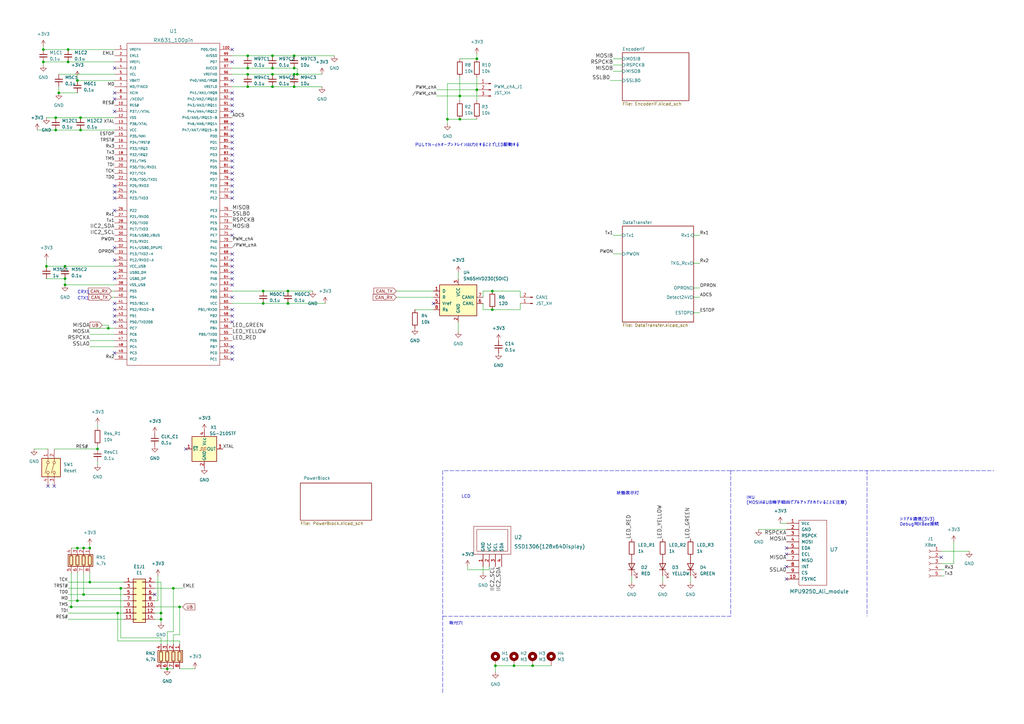
<source format=kicad_sch>
(kicad_sch (version 20211123) (generator eeschema)
  (paper "A3")
  (title_block (title "TCB(TKG Control Board)") (date "2024-09-19") (rev "5.0") (company "TKG") (comment 1 "v2.0 単相エンコーダを削除、2相エンコーダIFを2個追加") (comment 2 "v4.0 2023用改訂") (comment 3 "v4.1 RS232Cインターフェースを公式基板に適応") (comment 4 "　　AD変換検出の過電圧保護を追加") (comment 5 "v5.0 足回り専用化+DJI化によるインターフェース削減"))
  (lib_symbols
    (symbol "Connector:Conn_01x02_Male" (pin_names (offset 1.016) hide)
      (property "Reference" "J" (at 0 2.54 0))
      (property "Value" "Conn_01x02_Male" (at 0 -5.08 0))
      (symbol "Conn_01x02_Male_1_1"
        (pin passive line (at 5.08 0 180) (length 3.81) (name "Pin_1") (number "1"))
        (pin passive line (at 5.08 -2.54 180) (length 3.81) (name "Pin_2") (number "2"))
      )
    )
    (symbol "Connector:Conn_01x03_Male" (pin_names (offset 1.016) hide)
      (property "Reference" "J" (at 0 5.08 0))
      (property "Value" "Conn_01x03_Male" (at 0 -5.08 0))
      (symbol "Conn_01x03_Male_1_1"
        (pin passive line (at 5.08 2.54 180) (length 3.81) (name "Pin_1") (number "1"))
        (pin passive line (at 5.08 0 180) (length 3.81) (name "Pin_2") (number "2"))
        (pin passive line (at 5.08 -2.54 180) (length 3.81) (name "Pin_3") (number "3"))
      )
    )
    (symbol "Connector:Conn_01x05_Female" (pin_names (offset 1.016) hide)
      (property "Reference" "J" (at 0 7.62 0))
      (property "Value" "Conn_01x05_Female" (at 0 -7.62 0))
      (symbol "Conn_01x05_Female_1_1"
        (pin passive line (at -5.08 5.08 0) (length 3.81) (name "Pin_1") (number "1"))
        (pin passive line (at -5.08 2.54 0) (length 3.81) (name "Pin_2") (number "2"))
        (pin passive line (at -5.08 0 0) (length 3.81) (name "Pin_3") (number "3"))
        (pin passive line (at -5.08 -2.54 0) (length 3.81) (name "Pin_4") (number "4"))
        (pin passive line (at -5.08 -5.08 0) (length 3.81) (name "Pin_5") (number "5"))
      )
    )
    (symbol "Connector_Generic:Conn_02x07_Odd_Even" (pin_names (offset 1.016) hide)
      (property "Reference" "J" (at 1.27 10.16 0))
      (property "Value" "Conn_02x07_Odd_Even" (at 1.27 -10.16 0))
      (symbol "Conn_02x07_Odd_Even_1_1"
        (pin passive line (at -5.08 7.62 0) (length 3.81) (name "Pin_1") (number "1"))
        (pin passive line (at 7.62 -2.54 180) (length 3.81) (name "Pin_10") (number "10"))
        (pin passive line (at -5.08 -5.08 0) (length 3.81) (name "Pin_11") (number "11"))
        (pin passive line (at 7.62 -5.08 180) (length 3.81) (name "Pin_12") (number "12"))
        (pin passive line (at -5.08 -7.62 0) (length 3.81) (name "Pin_13") (number "13"))
        (pin passive line (at 7.62 -7.62 180) (length 3.81) (name "Pin_14") (number "14"))
        (pin passive line (at 7.62 7.62 180) (length 3.81) (name "Pin_2") (number "2"))
        (pin passive line (at -5.08 5.08 0) (length 3.81) (name "Pin_3") (number "3"))
        (pin passive line (at 7.62 5.08 180) (length 3.81) (name "Pin_4") (number "4"))
        (pin passive line (at -5.08 2.54 0) (length 3.81) (name "Pin_5") (number "5"))
        (pin passive line (at 7.62 2.54 180) (length 3.81) (name "Pin_6") (number "6"))
        (pin passive line (at -5.08 0 0) (length 3.81) (name "Pin_7") (number "7"))
        (pin passive line (at 7.62 0 180) (length 3.81) (name "Pin_8") (number "8"))
        (pin passive line (at -5.08 -2.54 0) (length 3.81) (name "Pin_9") (number "9"))
      )
    )
    (symbol "Device:C_Small" (pin_numbers hide) (pin_names (offset 0.254) hide)
      (property "Reference" "C" (at 0.254 1.778 0))
      (property "Value" "C_Small" (at 0.254 -2.032 0))
      (symbol "C_Small_1_1"
        (pin passive line (at 0 2.54 270) (length 2.032) (name "~") (number "1"))
        (pin passive line (at 0 -2.54 90) (length 2.032) (name "~") (number "2"))
      )
    )
    (symbol "Device:LED" (pin_numbers hide) (pin_names (offset 1.016) hide)
      (property "Reference" "D" (at 0 2.54 0))
      (property "Value" "LED" (at 0 -2.54 0))
      (symbol "LED_1_1"
        (pin passive line (at -3.81 0 0) (length 2.54) (name "K") (number "1"))
        (pin passive line (at 3.81 0 180) (length 2.54) (name "A") (number "2"))
      )
    )
    (symbol "Device:R" (pin_numbers hide) (pin_names (offset 0))
      (property "Reference" "R" (at 2.032 0 90))
      (property "Value" "R" (at 0 0 90))
      (symbol "R_1_1"
        (pin passive line (at 0 3.81 270) (length 1.27) (name "~") (number "1"))
        (pin passive line (at 0 -3.81 90) (length 1.27) (name "~") (number "2"))
      )
    )
    (symbol "Device:R_Pack04" (pin_names (offset 0) hide)
      (property "Reference" "RN" (at -7.62 0 90))
      (property "Value" "R_Pack04" (at 5.08 0 90))
      (symbol "R_Pack04_1_1"
        (pin passive line (at -5.08 -5.08 90) (length 2.54) (name "R1.1") (number "1"))
        (pin passive line (at -2.54 -5.08 90) (length 2.54) (name "R2.1") (number "2"))
        (pin passive line (at 0 -5.08 90) (length 2.54) (name "R3.1") (number "3"))
        (pin passive line (at 2.54 -5.08 90) (length 2.54) (name "R4.1") (number "4"))
        (pin passive line (at 2.54 5.08 270) (length 2.54) (name "R4.2") (number "5"))
        (pin passive line (at 0 5.08 270) (length 2.54) (name "R3.2") (number "6"))
        (pin passive line (at -2.54 5.08 270) (length 2.54) (name "R2.2") (number "7"))
        (pin passive line (at -5.08 5.08 270) (length 2.54) (name "R1.2") (number "8"))
      )
    )
    (symbol "Interface_CAN_LIN:SN65HVD230" (pin_names (offset 1.016))
      (property "Reference" "U" (at -2.54 10.16 0))
      (property "Value" "SN65HVD230" (at -2.54 7.62 0))
      (symbol "SN65HVD230_1_1"
        (pin input line (at -10.16 2.54 0) (length 2.54) (name "D") (number "1"))
        (pin power_in line (at 0 -10.16 90) (length 2.54) (name "GND") (number "2"))
        (pin power_in line (at 0 7.62 270) (length 2.54) (name "VCC") (number "3"))
        (pin output line (at -10.16 0 0) (length 2.54) (name "R") (number "4"))
        (pin output line (at -10.16 -2.54 0) (length 2.54) (name "Vref") (number "5"))
        (pin bidirectional line (at 10.16 -2.54 180) (length 2.54) (name "CANL") (number "6"))
        (pin bidirectional line (at 10.16 0 180) (length 2.54) (name "CANH") (number "7"))
        (pin input line (at -10.16 -5.08 0) (length 2.54) (name "Rs") (number "8"))
      )
    )
    (symbol "Mechanical:MountingHole_Pad" (pin_numbers hide) (pin_names (offset 1.016) hide)
      (property "Reference" "H" (at 0 6.35 0))
      (property "Value" "MountingHole_Pad" (at 0 4.445 0))
      (symbol "MountingHole_Pad_1_1"
        (pin input line (at 0 -2.54 90) (length 2.54) (name "1") (number "1"))
      )
    )
    (symbol "Oscillator:SG-210STF" (pin_names (offset 0.254))
      (property "Reference" "X" (at -5.08 6.35 0))
      (property "Value" "SG-210STF" (at 1.27 -6.35 0))
      (symbol "SG-210STF_1_1"
        (pin input line (at -7.62 0 0) (length 2.54) (name "~{ST}") (number "1"))
        (pin power_in line (at 0 -7.62 90) (length 2.54) (name "GND") (number "2"))
        (pin output line (at 7.62 0 180) (length 2.54) (name "OUT") (number "3"))
        (pin power_in line (at 0 7.62 270) (length 2.54) (name "Vcc") (number "4"))
      )
    )
    (symbol "Switch:SW_DIP_x02" (pin_names (offset 0) hide)
      (property "Reference" "SW" (at 0 6.35 0))
      (property "Value" "SW_DIP_x02" (at 0 -3.81 0))
      (symbol "SW_DIP_x02_1_1"
        (pin passive line (at -7.62 2.54 0) (length 5.08) (name "~") (number "1"))
        (pin passive line (at -7.62 0 0) (length 5.08) (name "~") (number "2"))
        (pin passive line (at 7.62 0 180) (length 5.08) (name "~") (number "3"))
        (pin passive line (at 7.62 2.54 180) (length 5.08) (name "~") (number "4"))
      )
    )
    (symbol "power:+3V3" (power) (pin_names (offset 0))
      (property "Value" "+3V3" (at 0 3.556 0))
      (symbol "+3V3_1_1"
        (pin power_in line (at 0 0 90) (length 0) hide (name "+3V3") (number "1"))
      )
    )
    (symbol "power:GND" (power) (pin_names (offset 0))
      (property "Value" "GND" (at 0 -3.81 0))
      (symbol "GND_1_1"
        (pin power_in line (at 0 0 270) (length 0) hide (name "GND") (number "1"))
      )
    )
    (symbol "x_mylib:MPU9250_Ali_module" (pin_names (offset 1.016))
      (property "Reference" "U" (at 1.27 15.24 0))
      (property "Value" "MPU9250_Ali_module" (at 5.08 0 90))
      (symbol "MPU9250_Ali_module_1_1"
        (pin input line (at -13.97 11.43 0) (length 5.08) (name "Vcc") (number "1"))
        (pin input line (at -13.97 -11.43 0) (length 5.08) (name "FSYNC") (number "10"))
        (pin input line (at -13.97 8.89 0) (length 5.08) (name "GND") (number "2"))
        (pin input line (at -13.97 6.35 0) (length 5.08) (name "RSPCK") (number "3"))
        (pin input line (at -13.97 3.81 0) (length 5.08) (name "MOSI") (number "4"))
        (pin input line (at -13.97 1.27 0) (length 5.08) (name "EDA") (number "5"))
        (pin input line (at -13.97 -1.27 0) (length 5.08) (name "ECL") (number "6"))
        (pin input line (at -13.97 -3.81 0) (length 5.08) (name "MISO") (number "7"))
        (pin input line (at -13.97 -6.35 0) (length 5.08) (name "INT") (number "8"))
        (pin input line (at -13.97 -8.89 0) (length 5.08) (name "CS") (number "9"))
      )
    )
    (symbol "x_mylib:RX631_100pin" (pin_names (offset 1.016))
      (property "Reference" "U" (at -13.97 -69.85 0))
      (property "Value" "RX631_100pin" (at 10.16 -69.85 0))
      (symbol "RX631_100pin_1_1"
        (pin input line (at -24.13 63.5 0) (length 5.08) (name "VREFH") (number "1"))
        (pin passive line (at -24.13 40.64 0) (length 5.08) (name "RES#") (number "10"))
        (pin passive line (at 24.13 63.5 180) (length 5.08) (name "P05/DA1") (number "100"))
        (pin passive line (at -24.13 38.1 0) (length 5.08) (name "P37//XTAL") (number "11"))
        (pin passive line (at -24.13 35.56 0) (length 5.08) (name "VSS") (number "12"))
        (pin passive line (at -24.13 33.02 0) (length 5.08) (name "P36/XTAL") (number "13"))
        (pin passive line (at -24.13 30.48 0) (length 5.08) (name "VCC") (number "14"))
        (pin passive line (at -24.13 27.94 0) (length 5.08) (name "P35/NMI") (number "15"))
        (pin passive line (at -24.13 25.4 0) (length 5.08) (name "P34/TRST#") (number "16"))
        (pin passive line (at -24.13 22.86 0) (length 5.08) (name "P33/IRQ3") (number "17"))
        (pin passive line (at -24.13 20.32 0) (length 5.08) (name "P32/IRQ2") (number "18"))
        (pin passive line (at -24.13 17.78 0) (length 5.08) (name "P31/TMS") (number "19"))
        (pin passive line (at -24.13 60.96 0) (length 5.08) (name "EMLE") (number "2"))
        (pin passive line (at -24.13 15.24 0) (length 5.08) (name "P30/TDI/RXD1") (number "20"))
        (pin passive line (at -24.13 12.7 0) (length 5.08) (name "P27/TCK") (number "21"))
        (pin passive line (at -24.13 10.16 0) (length 5.08) (name "P26/TDO/TXD1") (number "22"))
        (pin passive line (at -24.13 7.62 0) (length 5.08) (name "P25/RXD3") (number "23"))
        (pin passive line (at -24.13 5.08 0) (length 5.08) (name "P24") (number "24"))
        (pin passive line (at -24.13 2.54 0) (length 5.08) (name "P23/TXD3") (number "25"))
        (pin passive line (at -24.13 -2.54 0) (length 5.08) (name "P22") (number "26"))
        (pin passive line (at -24.13 -5.08 0) (length 5.08) (name "P21/RXD0") (number "27"))
        (pin passive line (at -24.13 -7.62 0) (length 5.08) (name "P20/TXD0") (number "28"))
        (pin passive line (at -24.13 -10.16 0) (length 5.08) (name "P17/TXD3") (number "29"))
        (pin passive line (at -24.13 58.42 0) (length 5.08) (name "VREFL") (number "3"))
        (pin passive line (at -24.13 -12.7 0) (length 5.08) (name "P16/USB0_VBUS") (number "30"))
        (pin passive line (at -24.13 -15.24 0) (length 5.08) (name "P15/RXD1") (number "31"))
        (pin passive line (at -24.13 -17.78 0) (length 5.08) (name "P14/USB0_DPUPE") (number "32"))
        (pin passive line (at -24.13 -20.32 0) (length 5.08) (name "P13/TXD2-A") (number "33"))
        (pin passive line (at -24.13 -22.86 0) (length 5.08) (name "P12/RXD2-A") (number "34"))
        (pin passive line (at -24.13 -25.4 0) (length 5.08) (name "VCC_USB") (number "35"))
        (pin passive line (at -24.13 -27.94 0) (length 5.08) (name "USB0_DM") (number "36"))
        (pin passive line (at -24.13 -30.48 0) (length 5.08) (name "USB0_DP") (number "37"))
        (pin passive line (at -24.13 -33.02 0) (length 5.08) (name "VSS_USB") (number "38"))
        (pin passive line (at -24.13 -35.56 0) (length 5.08) (name "P55") (number "39"))
        (pin passive line (at -24.13 55.88 0) (length 5.08) (name "PJ3") (number "4"))
        (pin passive line (at -24.13 -38.1 0) (length 5.08) (name "P54") (number "40"))
        (pin passive line (at -24.13 -40.64 0) (length 5.08) (name "P53/BCLK") (number "41"))
        (pin passive line (at -24.13 -43.18 0) (length 5.08) (name "P52/RXD2-B") (number "42"))
        (pin passive line (at -24.13 -45.72 0) (length 5.08) (name "P51") (number "43"))
        (pin passive line (at -24.13 -48.26 0) (length 5.08) (name "P50/TXD20B") (number "44"))
        (pin passive line (at -24.13 -50.8 0) (length 5.08) (name "PC7") (number "45"))
        (pin passive line (at -24.13 -53.34 0) (length 5.08) (name "PC6") (number "46"))
        (pin passive line (at -24.13 -55.88 0) (length 5.08) (name "PC5") (number "47"))
        (pin passive line (at -24.13 -58.42 0) (length 5.08) (name "PC4") (number "48"))
        (pin passive line (at -24.13 -60.96 0) (length 5.08) (name "PC3") (number "49"))
        (pin passive line (at -24.13 53.34 0) (length 5.08) (name "VCL") (number "5"))
        (pin passive line (at -24.13 -63.5 0) (length 5.08) (name "PC2") (number "50"))
        (pin passive line (at 24.13 -63.5 180) (length 5.08) (name "PC1") (number "51"))
        (pin passive line (at 24.13 -60.96 180) (length 5.08) (name "PC0") (number "52"))
        (pin passive line (at 24.13 -58.42 180) (length 5.08) (name "PB7") (number "53"))
        (pin passive line (at 24.13 -55.88 180) (length 5.08) (name "PB6") (number "54"))
        (pin passive line (at 24.13 -53.34 180) (length 5.08) (name "PB5/TXD0") (number "55"))
        (pin passive line (at 24.13 -50.8 180) (length 5.08) (name "PB4") (number "56"))
        (pin passive line (at 24.13 -48.26 180) (length 5.08) (name "PB3") (number "57"))
        (pin passive line (at 24.13 -45.72 180) (length 5.08) (name "PB2") (number "58"))
        (pin passive line (at 24.13 -43.18 180) (length 5.08) (name "PB1/RXD0") (number "59"))
        (pin passive line (at -24.13 50.8 0) (length 5.08) (name "VBATT") (number "6"))
        (pin passive line (at 24.13 -40.64 180) (length 5.08) (name "VCC") (number "60"))
        (pin passive line (at 24.13 -38.1 180) (length 5.08) (name "PB0") (number "61"))
        (pin passive line (at 24.13 -35.56 180) (length 5.08) (name "VSS") (number "62"))
        (pin passive line (at 24.13 -33.02 180) (length 5.08) (name "PA7") (number "63"))
        (pin passive line (at 24.13 -30.48 180) (length 5.08) (name "PA6") (number "64"))
        (pin passive line (at 24.13 -27.94 180) (length 5.08) (name "PA5") (number "65"))
        (pin passive line (at 24.13 -25.4 180) (length 5.08) (name "PA4") (number "66"))
        (pin passive line (at 24.13 -22.86 180) (length 5.08) (name "PA3") (number "67"))
        (pin passive line (at 24.13 -20.32 180) (length 5.08) (name "PA2") (number "68"))
        (pin passive line (at 24.13 -17.78 180) (length 5.08) (name "PA1") (number "69"))
        (pin passive line (at -24.13 48.26 0) (length 5.08) (name "MD/FINED") (number "7"))
        (pin passive line (at 24.13 -15.24 180) (length 5.08) (name "PA0") (number "70"))
        (pin passive line (at 24.13 -12.7 180) (length 5.08) (name "PE7") (number "71"))
        (pin passive line (at 24.13 -10.16 180) (length 5.08) (name "PE6") (number "72"))
        (pin passive line (at 24.13 -7.62 180) (length 5.08) (name "PE5") (number "73"))
        (pin passive line (at 24.13 -5.08 180) (length 5.08) (name "PE4") (number "74"))
        (pin passive line (at 24.13 -2.54 180) (length 5.08) (name "PE3") (number "75"))
        (pin passive line (at 24.13 2.54 180) (length 5.08) (name "PE2") (number "76"))
        (pin passive line (at 24.13 5.08 180) (length 5.08) (name "PE1") (number "77"))
        (pin passive line (at 24.13 7.62 180) (length 5.08) (name "PE0") (number "78"))
        (pin passive line (at 24.13 10.16 180) (length 5.08) (name "PD7") (number "79"))
        (pin passive line (at -24.13 45.72 0) (length 5.08) (name "XCIN") (number "8"))
        (pin passive line (at 24.13 12.7 180) (length 5.08) (name "PD6") (number "80"))
        (pin passive line (at 24.13 15.24 180) (length 5.08) (name "PD5") (number "81"))
        (pin passive line (at 24.13 17.78 180) (length 5.08) (name "PD4") (number "82"))
        (pin passive line (at 24.13 20.32 180) (length 5.08) (name "PD3") (number "83"))
        (pin passive line (at 24.13 22.86 180) (length 5.08) (name "PD2") (number "84"))
        (pin passive line (at 24.13 25.4 180) (length 5.08) (name "PD1") (number "85"))
        (pin passive line (at 24.13 27.94 180) (length 5.08) (name "PD0") (number "86"))
        (pin passive line (at 24.13 30.48 180) (length 5.08) (name "P47/AN7/IRQ15-B") (number "87"))
        (pin passive line (at 24.13 33.02 180) (length 5.08) (name "P46/AN6/IRQ14") (number "88"))
        (pin passive line (at 24.13 35.56 180) (length 5.08) (name "P45/AN5/IRQ13-B") (number "89"))
        (pin passive line (at -24.13 43.18 0) (length 5.08) (name "/XCOUT") (number "9"))
        (pin passive line (at 24.13 38.1 180) (length 5.08) (name "P44/AN4/IRQ12") (number "90"))
        (pin passive line (at 24.13 40.64 180) (length 5.08) (name "P43/AN3/IRQ11") (number "91"))
        (pin passive line (at 24.13 43.18 180) (length 5.08) (name "P42/AN2/IRQ10") (number "92"))
        (pin passive line (at 24.13 45.72 180) (length 5.08) (name "P41/AN1/IRQ9") (number "93"))
        (pin passive line (at 24.13 48.26 180) (length 5.08) (name "VREFL0") (number "94"))
        (pin passive line (at 24.13 50.8 180) (length 5.08) (name "P40/AN0/IRQ8") (number "95"))
        (pin passive line (at 24.13 53.34 180) (length 5.08) (name "VREFH0") (number "96"))
        (pin passive line (at 24.13 55.88 180) (length 5.08) (name "AVCC0") (number "97"))
        (pin passive line (at 24.13 58.42 180) (length 5.08) (name "P07") (number "98"))
        (pin passive line (at 24.13 60.96 180) (length 5.08) (name "AVSS0") (number "99"))
      )
    )
    (symbol "x_mylib:SSD1306(128x64Display)" (pin_names (offset 1.016))
      (property "Reference" "U" (at -10.16 2.54 0))
      (property "Value" "SSD1306(128x64Display)" (at 1.27 8.89 0))
      (symbol "SSD1306(128x64Display)_1_1"
        (pin input line (at -3.81 -8.89 90) (length 5.08) (name "GND") (number "1"))
        (pin input line (at -1.27 -8.89 90) (length 5.08) (name "VCC") (number "2"))
        (pin input line (at 1.27 -8.89 90) (length 5.08) (name "SCL") (number "3"))
        (pin input line (at 3.81 -8.89 90) (length 5.08) (name "SDA") (number "4"))
      )
    )
  )
  (junction (at 107.95 124.46))
  (junction (at 22.86 48.26))
  (junction (at 17.78 20.32))
  (junction (at 73.66 248.92))
  (junction (at 31.75 224.79))
  (junction (at 210.82 273.05))
  (junction (at 66.04 251.46))
  (junction (at 188.595 39.37))
  (junction (at 101.6 30.48))
  (junction (at 31.75 33.02))
  (junction (at 188.595 48.895))
  (junction (at 201.93 119.38))
  (junction (at 17.78 25.4))
  (junction (at 121.92 30.48))
  (junction (at 34.29 224.79))
  (junction (at 195.58 36.83))
  (junction (at 111.76 30.48))
  (junction (at 101.6 35.56))
  (junction (at 19.05 109.22))
  (junction (at 101.6 22.86))
  (junction (at 111.76 35.56))
  (junction (at 120.65 27.94))
  (junction (at 118.11 124.46))
  (junction (at 107.95 119.38))
  (junction (at 24.13 38.1))
  (junction (at 195.58 24.13))
  (junction (at 26.67 109.22))
  (junction (at 120.65 22.86))
  (junction (at 34.29 243.84))
  (junction (at 101.6 27.94))
  (junction (at 44.45 134.62))
  (junction (at 201.93 127))
  (junction (at 31.75 246.38))
  (junction (at 203.2 273.05))
  (junction (at 22.86 53.34))
  (junction (at 111.76 22.86))
  (junction (at 26.67 114.3))
  (junction (at 68.58 274.32))
  (junction (at 33.02 53.34))
  (junction (at 183.515 48.895))
  (junction (at 27.94 25.4))
  (junction (at 26.67 116.84))
  (junction (at 40.005 184.15))
  (junction (at 66.04 254))
  (junction (at 33.02 48.26))
  (junction (at 29.21 248.92))
  (junction (at 120.65 35.56))
  (junction (at 49.53 241.3))
  (junction (at 36.83 238.76))
  (junction (at 111.76 27.94))
  (junction (at 71.12 241.3))
  (junction (at 218.44 273.05))
  (junction (at 120.65 30.48))
  (junction (at 36.83 224.79))
  (junction (at 27.94 20.32))
  (junction (at 118.11 119.38))
  (junction (at 48.26 251.46))
  (no_connect (at 46.99 111.76))
  (no_connect (at 46.99 127))
  (no_connect (at 322.58 237.49))
  (no_connect (at 95.25 104.14))
  (no_connect (at 22.225 199.39))
  (no_connect (at 95.25 76.2))
  (no_connect (at 95.25 147.32))
  (no_connect (at 95.25 132.08))
  (no_connect (at 95.25 114.3))
  (no_connect (at 95.25 55.88))
  (no_connect (at 95.25 50.8))
  (no_connect (at 95.25 33.02))
  (no_connect (at 95.25 68.58))
  (no_connect (at 322.58 232.41))
  (no_connect (at 19.685 199.39))
  (no_connect (at 46.99 38.1))
  (no_connect (at 95.25 144.78))
  (no_connect (at 95.25 129.54))
  (no_connect (at 46.99 144.78))
  (no_connect (at 95.25 63.5))
  (no_connect (at 95.25 40.64))
  (no_connect (at 95.25 121.92))
  (no_connect (at 46.99 81.28))
  (no_connect (at 386.08 228.6))
  (no_connect (at 95.25 142.24))
  (no_connect (at 95.25 45.72))
  (no_connect (at 177.8 124.46))
  (no_connect (at 95.25 20.32))
  (no_connect (at 322.58 224.79))
  (no_connect (at 46.99 40.64))
  (no_connect (at 322.58 227.33))
  (no_connect (at 46.99 132.08))
  (no_connect (at 46.99 78.74))
  (no_connect (at 46.99 76.2))
  (no_connect (at 46.99 45.72))
  (no_connect (at 95.25 78.74))
  (no_connect (at 46.99 129.54))
  (no_connect (at 95.25 38.1))
  (no_connect (at 46.99 101.6))
  (no_connect (at 46.99 124.46))
  (no_connect (at 95.25 96.52))
  (no_connect (at 95.25 71.12))
  (no_connect (at 95.25 43.18))
  (no_connect (at 95.25 116.84))
  (no_connect (at 95.25 109.22))
  (no_connect (at 95.25 73.66))
  (no_connect (at 95.25 66.04))
  (no_connect (at 46.99 106.68))
  (no_connect (at 63.5 243.84))
  (no_connect (at 95.25 106.68))
  (no_connect (at 95.25 60.96))
  (no_connect (at 95.25 58.42))
  (no_connect (at 46.99 114.3))
  (no_connect (at 95.25 127))
  (no_connect (at 46.99 27.94))
  (no_connect (at 95.25 111.76))
  (no_connect (at 46.99 86.36))
  (no_connect (at 95.25 81.28))
  (no_connect (at 95.25 25.4))
  (no_connect (at 76.2 184.15))
  (no_connect (at 95.25 53.34))
  (wire (pts (xy 198.12 127) (xy 198.12 124.46)))
  (wire (pts (xy 27.94 238.76) (xy 36.83 238.76)))
  (wire (pts (xy 73.66 274.32) (xy 80.01 274.32)))
  (wire (pts (xy 111.76 30.48) (xy 120.65 30.48)))
  (wire (pts (xy 31.75 246.38) (xy 50.8 246.38)))
  (wire (pts (xy 73.66 262.89) (xy 48.26 262.89)))
  (polyline (pts (xy 355.6 193.04) (xy 355.6 252.73)))
  (wire (pts (xy 36.83 134.62) (xy 44.45 134.62)))
  (wire (pts (xy 213.36 124.46) (xy 213.36 127)))
  (wire (pts (xy 29.21 248.92) (xy 50.8 248.92)))
  (wire (pts (xy 111.76 35.56) (xy 120.65 35.56)))
  (wire (pts (xy 27.94 20.32) (xy 46.99 20.32)))
  (wire (pts (xy 48.26 251.46) (xy 48.26 262.89)))
  (wire (pts (xy 34.29 224.79) (xy 36.83 224.79)))
  (wire (pts (xy 66.04 238.76) (xy 66.04 251.46)))
  (wire (pts (xy 183.515 34.29) (xy 196.215 34.29)))
  (wire (pts (xy 17.78 25.4) (xy 27.94 25.4)))
  (wire (pts (xy 198.12 232.41) (xy 198.12 234.95)))
  (polyline (pts (xy 299.72 193.04) (xy 407.67 193.04)))
  (wire (pts (xy 49.53 241.3) (xy 49.53 261.62)))
  (wire (pts (xy 195.58 22.225) (xy 195.58 24.13)))
  (wire (pts (xy 187.96 132.08) (xy 187.96 135.89)))
  (wire (pts (xy 195.58 36.83) (xy 195.58 41.275)))
  (wire (pts (xy 31.75 33.02) (xy 46.99 33.02)))
  (wire (pts (xy 34.29 243.84) (xy 34.29 234.95)))
  (wire (pts (xy 71.12 264.16) (xy 71.12 260.35)))
  (wire (pts (xy 27.94 254) (xy 50.8 254)))
  (wire (pts (xy 31.75 246.38) (xy 31.75 234.95)))
  (wire (pts (xy 36.83 224.79) (xy 36.83 223.52)))
  (wire (pts (xy 179.07 36.83) (xy 195.58 36.83)))
  (wire (pts (xy 101.6 30.48) (xy 111.76 30.48)))
  (wire (pts (xy 391.16 231.14) (xy 386.08 231.14)))
  (wire (pts (xy 121.92 30.48) (xy 132.08 30.48)))
  (wire (pts (xy 19.05 114.3) (xy 26.67 114.3)))
  (wire (pts (xy 201.93 127) (xy 198.12 127)))
  (wire (pts (xy 22.225 184.15) (xy 40.005 184.15)))
  (wire (pts (xy 22.86 53.34) (xy 33.02 53.34)))
  (wire (pts (xy 203.2 275.59) (xy 203.2 273.05)))
  (wire (pts (xy 36.83 139.7) (xy 46.99 139.7)))
  (wire (pts (xy 188.595 24.13) (xy 195.58 24.13)))
  (wire (pts (xy 27.94 246.38) (xy 31.75 246.38)))
  (wire (pts (xy 31.75 224.79) (xy 34.29 224.79)))
  (wire (pts (xy 31.75 31.75) (xy 31.75 33.02)))
  (wire (pts (xy 27.94 248.92) (xy 29.21 248.92)))
  (wire (pts (xy 322.58 214.63) (xy 320.04 214.63)))
  (wire (pts (xy 27.94 251.46) (xy 48.26 251.46)))
  (wire (pts (xy 73.66 248.92) (xy 74.93 248.92)))
  (wire (pts (xy 387.35 233.68) (xy 386.08 233.68)))
  (wire (pts (xy 95.25 27.94) (xy 101.6 27.94)))
  (wire (pts (xy 22.86 48.26) (xy 33.02 48.26)))
  (wire (pts (xy 19.05 109.22) (xy 26.67 109.22)))
  (wire (pts (xy 198.12 119.38) (xy 201.93 119.38)))
  (wire (pts (xy 66.04 261.62) (xy 49.53 261.62)))
  (polyline (pts (xy 238.76 252.73) (xy 299.72 252.73)))
  (wire (pts (xy 188.595 39.37) (xy 196.215 39.37)))
  (wire (pts (xy 271.78 236.22) (xy 271.78 238.76)))
  (polyline (pts (xy 181.61 252.73) (xy 238.76 252.73)))
  (wire (pts (xy 251.46 96.52) (xy 255.27 96.52)))
  (wire (pts (xy 63.5 254) (xy 66.04 254)))
  (wire (pts (xy 195.58 31.75) (xy 195.58 36.83)))
  (wire (pts (xy 187.96 111.76) (xy 187.96 114.3)))
  (wire (pts (xy 64.77 246.38) (xy 63.5 246.38)))
  (wire (pts (xy 48.26 251.46) (xy 50.8 251.46)))
  (wire (pts (xy 95.25 35.56) (xy 101.6 35.56)))
  (wire (pts (xy 120.65 35.56) (xy 132.08 35.56)))
  (wire (pts (xy 121.92 27.94) (xy 121.92 30.48)))
  (wire (pts (xy 218.44 273.05) (xy 226.06 273.05)))
  (wire (pts (xy 40.005 173.99) (xy 40.005 175.26)))
  (wire (pts (xy 391.16 222.25) (xy 391.16 231.14)))
  (wire (pts (xy 210.82 273.05) (xy 218.44 273.05)))
  (wire (pts (xy 33.02 48.26) (xy 46.99 48.26)))
  (wire (pts (xy 118.11 119.38) (xy 128.27 119.38)))
  (wire (pts (xy 40.005 189.23) (xy 40.005 190.5)))
  (wire (pts (xy 68.58 274.32) (xy 71.12 274.32)))
  (wire (pts (xy 64.77 236.22) (xy 64.77 246.38)))
  (wire (pts (xy 36.83 137.16) (xy 46.99 137.16)))
  (wire (pts (xy 111.76 27.94) (xy 120.65 27.94)))
  (wire (pts (xy 183.515 48.895) (xy 183.515 50.8)))
  (wire (pts (xy 213.36 119.38) (xy 213.36 121.92)))
  (wire (pts (xy 33.02 53.34) (xy 46.99 53.34)))
  (wire (pts (xy 203.2 273.05) (xy 210.82 273.05)))
  (wire (pts (xy 107.95 119.38) (xy 118.11 119.38)))
  (wire (pts (xy 101.6 27.94) (xy 111.76 27.94)))
  (wire (pts (xy 118.11 124.46) (xy 133.35 124.46)))
  (wire (pts (xy 95.25 119.38) (xy 107.95 119.38)))
  (wire (pts (xy 27.94 25.4) (xy 46.99 25.4)))
  (wire (pts (xy 36.83 142.24) (xy 46.99 142.24)))
  (wire (pts (xy 63.5 251.46) (xy 66.04 251.46)))
  (wire (pts (xy 66.04 254) (xy 66.04 255.27)))
  (wire (pts (xy 284.48 121.92) (xy 287.02 121.92)))
  (wire (pts (xy 36.83 238.76) (xy 36.83 234.95)))
  (wire (pts (xy 107.95 124.46) (xy 118.11 124.46)))
  (wire (pts (xy 27.94 241.3) (xy 49.53 241.3)))
  (wire (pts (xy 191.77 232.41) (xy 191.77 233.68)))
  (wire (pts (xy 66.04 251.46) (xy 66.04 254)))
  (wire (pts (xy 71.12 259.08) (xy 71.12 241.3)))
  (wire (pts (xy 44.45 133.35) (xy 44.45 134.62)))
  (wire (pts (xy 101.6 35.56) (xy 111.76 35.56)))
  (wire (pts (xy 95.25 30.48) (xy 101.6 30.48)))
  (wire (pts (xy 40.005 184.15) (xy 40.005 182.88)))
  (wire (pts (xy 63.5 248.92) (xy 73.66 248.92)))
  (wire (pts (xy 284.48 118.11) (xy 287.02 118.11)))
  (wire (pts (xy 188.595 48.895) (xy 183.515 48.895)))
  (wire (pts (xy 63.5 238.76) (xy 66.04 238.76)))
  (wire (pts (xy 46.99 116.84) (xy 26.67 116.84)))
  (wire (pts (xy 188.595 31.75) (xy 188.595 39.37)))
  (wire (pts (xy 188.595 39.37) (xy 188.595 41.275)))
  (wire (pts (xy 170.18 127) (xy 177.8 127)))
  (wire (pts (xy 29.21 224.79) (xy 31.75 224.79)))
  (wire (pts (xy 284.48 96.52) (xy 287.02 96.52)))
  (wire (pts (xy 213.36 127) (xy 201.93 127)))
  (wire (pts (xy 24.13 35.56) (xy 24.13 38.1)))
  (wire (pts (xy 284.48 107.95) (xy 287.02 107.95)))
  (wire (pts (xy 66.04 274.32) (xy 68.58 274.32)))
  (wire (pts (xy 73.66 264.16) (xy 73.66 262.89)))
  (wire (pts (xy 24.13 30.48) (xy 46.99 30.48)))
  (wire (pts (xy 27.94 243.84) (xy 34.29 243.84)))
  (wire (pts (xy 183.515 34.29) (xy 183.515 48.895)))
  (wire (pts (xy 68.58 259.08) (xy 71.12 259.08)))
  (wire (pts (xy 284.48 128.27) (xy 287.02 128.27)))
  (wire (pts (xy 191.77 233.68) (xy 200.66 233.68)))
  (polyline (pts (xy 181.61 193.04) (xy 181.61 252.73)))
  (wire (pts (xy 73.66 260.35) (xy 73.66 248.92)))
  (wire (pts (xy 26.67 109.22) (xy 46.99 109.22)))
  (wire (pts (xy 63.5 241.3) (xy 71.12 241.3)))
  (wire (pts (xy 34.29 243.84) (xy 50.8 243.84)))
  (wire (pts (xy 95.25 124.46) (xy 107.95 124.46)))
  (wire (pts (xy 283.21 236.22) (xy 283.21 238.76)))
  (wire (pts (xy 66.04 264.16) (xy 66.04 261.62)))
  (wire (pts (xy 71.12 260.35) (xy 73.66 260.35)))
  (wire (pts (xy 259.08 236.22) (xy 259.08 238.76)))
  (wire (pts (xy 251.46 29.21) (xy 255.27 29.21)))
  (wire (pts (xy 29.21 248.92) (xy 29.21 234.95)))
  (wire (pts (xy 95.25 22.86) (xy 101.6 22.86)))
  (wire (pts (xy 15.24 53.34) (xy 22.86 53.34)))
  (wire (pts (xy 13.97 184.15) (xy 19.685 184.15)))
  (wire (pts (xy 17.78 26.67) (xy 17.78 25.4)))
  (wire (pts (xy 41.91 133.35) (xy 44.45 133.35)))
  (polyline (pts (xy 299.72 193.04) (xy 238.76 193.04)))
  (wire (pts (xy 386.08 226.06) (xy 397.51 226.06)))
  (wire (pts (xy 101.6 22.86) (xy 111.76 22.86)))
  (wire (pts (xy 120.65 27.94) (xy 121.92 27.94)))
  (wire (pts (xy 45.72 121.92) (xy 46.99 121.92)))
  (wire (pts (xy 195.58 36.83) (xy 196.215 36.83)))
  (wire (pts (xy 19.05 48.26) (xy 22.86 48.26)))
  (wire (pts (xy 24.13 38.1) (xy 31.75 38.1)))
  (wire (pts (xy 45.72 119.38) (xy 46.99 119.38)))
  (wire (pts (xy 71.12 241.3) (xy 74.93 241.3)))
  (polyline (pts (xy 299.72 193.04) (xy 299.72 252.73)))
  (wire (pts (xy 251.46 104.14) (xy 255.27 104.14)))
  (wire (pts (xy 17.78 20.32) (xy 27.94 20.32)))
  (wire (pts (xy 200.66 233.68) (xy 200.66 232.41)))
  (wire (pts (xy 311.15 217.17) (xy 322.58 217.17)))
  (wire (pts (xy 19.05 106.68) (xy 19.05 109.22)))
  (wire (pts (xy 68.58 264.16) (xy 68.58 259.08)))
  (wire (pts (xy 49.53 241.3) (xy 50.8 241.3)))
  (wire (pts (xy 162.56 119.38) (xy 177.8 119.38)))
  (wire (pts (xy 201.93 119.38) (xy 213.36 119.38)))
  (wire (pts (xy 250.19 33.02) (xy 255.27 33.02)))
  (wire (pts (xy 387.35 236.22) (xy 386.08 236.22)))
  (wire (pts (xy 26.67 116.84) (xy 26.67 114.3)))
  (wire (pts (xy 120.65 30.48) (xy 121.92 30.48)))
  (polyline (pts (xy 181.61 252.73) (xy 181.61 284.48)))
  (wire (pts (xy 120.65 22.86) (xy 137.16 22.86)))
  (wire (pts (xy 111.76 22.86) (xy 120.65 22.86)))
  (wire (pts (xy 188.595 48.895) (xy 195.58 48.895)))
  (wire (pts (xy 36.83 238.76) (xy 50.8 238.76)))
  (wire (pts (xy 198.12 121.92) (xy 198.12 119.38)))
  (wire (pts (xy 162.56 121.92) (xy 177.8 121.92)))
  (wire (pts (xy 179.07 39.37) (xy 188.595 39.37)))
  (wire (pts (xy 17.78 19.05) (xy 17.78 20.32)))
  (wire (pts (xy 251.46 26.67) (xy 255.27 26.67)))
  (wire (pts (xy 251.46 24.13) (xy 255.27 24.13)))
  (polyline (pts (xy 238.76 193.04) (xy 181.61 193.04)))
  (wire (pts (xy 44.45 134.62) (xy 46.99 134.62)))
  (text "IMU\n(MOSIAはUB端子経由でプルアップされていることに注意)" (at 306.07 207.01 0) (effects (font (size 1.27 1.27)) (justify left bottom)))
  (text "CRX1" (at 31.75 120.65 0) (effects (font (size 1.27 1.27)) (justify left bottom)))
  (text "CTX1" (at 31.75 123.19 0) (effects (font (size 1.27 1.27)) (justify left bottom)))
  (text "LCD" (at 189.23 204.47 0) (effects (font (size 1.27 1.27)) (justify left bottom)))
  (text "状態表示灯" (at 252.73 203.2 0) (effects (font (size 1.27 1.27)) (justify left bottom)))
  (text "取付穴" (at 184.15 256.54 0) (effects (font (size 1.27 1.27)) (justify left bottom)))
  (text "PUしてN-chオープンドレイン出力とすることでLED駆動する" (at 170.18 60.325 0) (effects (font (size 1.27 1.27)) (justify left bottom)))
  (text "シリアル通信(3V3)\nDebug用XBee接続" (at 368.935 215.9 0) (effects (font (size 1.27 1.27)) (justify left bottom)))
  (label "Rx3" (at 46.99 60.96 180))
  (label "ADC5" (at 95.25 48.26 0))
  (label "IIC2_SCL" (at 203.2 232.41 270) (effects (font (size 1.524 1.524))))
  (label "Rx2" (at 46.99 147.32 180))
  (label "LED_YELLOW" (at 271.78 220.98 90) (effects (font (size 1.524 1.524))))
  (label "OPRON" (at 46.99 104.14 180))
  (label "RSPCKB" (at 95.25 91.44 0) (effects (font (size 1.524 1.524))))
  (label "Tx3" (at 387.35 236.22 0))
  (label "MOSIA" (at 322.58 222.25 180) (effects (font (size 1.524 1.524))))
  (label "MOSIA" (at 36.83 137.16 180) (effects (font (size 1.524 1.524))))
  (label "Tx1" (at 46.99 91.44 180))
  (label "TMS" (at 46.99 66.04 180))
  (label "RSPCKB" (at 251.46 26.67 180) (effects (font (size 1.524 1.524))))
  (label "PWON" (at 251.46 104.14 180))
  (label "LED_RED" (at 95.25 139.7 0) (effects (font (size 1.524 1.524))))
  (label "ESTOP" (at 46.99 55.88 180))
  (label "MISOB" (at 251.46 29.21 180) (effects (font (size 1.524 1.524))))
  (label "PWON" (at 46.99 99.06 180))
  (label "IIC2_SDA" (at 46.99 93.98 180) (effects (font (size 1.524 1.524))))
  (label "RES#" (at 36.195 184.15 180))
  (label "TDI" (at 27.94 251.46 180))
  (label "SSLB0" (at 95.25 88.9 0) (effects (font (size 1.524 1.524))))
  (label "MISOA" (at 322.58 229.87 180) (effects (font (size 1.524 1.524))))
  (label "EMLE" (at 46.99 22.86 180))
  (label "TD0" (at 46.99 73.66 180))
  (label "XTAL" (at 91.44 184.15 0))
  (label "IIC2_SDA" (at 205.74 232.41 270) (effects (font (size 1.524 1.524))))
  (label "Rx3" (at 387.35 233.68 0))
  (label "TCK" (at 46.99 71.12 180))
  (label "Rx1" (at 287.02 96.52 0))
  (label "Tx1" (at 251.46 96.52 180))
  (label "EMLE" (at 74.93 241.3 0))
  (label "MD" (at 27.94 246.38 180))
  (label "Rx2" (at 287.02 107.95 0))
  (label "MD" (at 46.99 35.56 180))
  (label "MISOA" (at 36.83 134.62 180) (effects (font (size 1.524 1.524))))
  (label "TRST#" (at 27.94 241.3 180))
  (label "TDI" (at 46.99 68.58 180))
  (label "RSPCKA" (at 322.58 219.71 180) (effects (font (size 1.524 1.524))))
  (label "{slash}PWM_chA" (at 179.07 39.37 180))
  (label "PWM_chA" (at 95.25 99.06 0))
  (label "SSLA0" (at 36.83 142.24 180) (effects (font (size 1.524 1.524))))
  (label "{slash}PWM_chA" (at 95.25 101.6 0))
  (label "RES#" (at 27.94 254 180))
  (label "LED_RED" (at 259.08 220.98 90) (effects (font (size 1.524 1.524))))
  (label "TRST#" (at 46.99 58.42 180))
  (label "MOSIB" (at 95.25 93.98 0) (effects (font (size 1.524 1.524))))
  (label "MOSIB" (at 251.46 24.13 180) (effects (font (size 1.524 1.524))))
  (label "RES#" (at 46.99 43.18 180))
  (label "OPRON" (at 287.02 118.11 0))
  (label "MISOB" (at 95.25 86.36 0) (effects (font (size 1.524 1.524))))
  (label "IIC2_SCL" (at 46.99 96.52 180) (effects (font (size 1.524 1.524))))
  (label "LED_GREEN" (at 95.25 134.62 0) (effects (font (size 1.524 1.524))))
  (label "SSLA0" (at 322.58 234.95 180) (effects (font (size 1.524 1.524))))
  (label "LED_GREEN" (at 283.21 220.98 90) (effects (font (size 1.524 1.524))))
  (label "ESTOP" (at 287.02 128.27 0))
  (label "TD0" (at 27.94 243.84 180))
  (label "XTAL" (at 46.99 50.8 180))
  (label "TMS" (at 27.94 248.92 180))
  (label "SSLB0" (at 250.19 33.02 180) (effects (font (size 1.524 1.524))))
  (label "ADC5" (at 287.02 121.92 0))
  (label "TCK" (at 27.94 238.76 180))
  (label "RSPCKA" (at 36.83 139.7 180) (effects (font (size 1.524 1.524))))
  (label "PWM_chA" (at 179.07 36.83 180))
  (label "Rx1" (at 46.99 88.9 180))
  (label "LED_YELLOW" (at 95.25 137.16 0) (effects (font (size 1.524 1.524))))
  (label "Tx3" (at 46.99 63.5 180))
  (global_label "CAN_TX" (shape input) (at 162.56 119.38 180) (property "Intersheet References" "${INTERSHEET_REFS}" (effects hide)))
  (global_label "CAN_RX" (shape input) (at 162.56 121.92 180) (property "Intersheet References" "${INTERSHEET_REFS}" (effects hide)))
  (global_label "CAN_TX" (shape input) (at 45.72 121.92 180) (property "Intersheet References" "${INTERSHEET_REFS}" (effects hide)))
  (global_label "UB" (shape input) (at 41.91 133.35 180) (property "Intersheet References" "${INTERSHEET_REFS}" (effects hide)))
  (global_label "CAN_RX" (shape input) (at 45.72 119.38 180) (property "Intersheet References" "${INTERSHEET_REFS}" (effects hide)))
  (global_label "UB" (shape input) (at 74.93 248.92 0) (property "Intersheet References" "${INTERSHEET_REFS}" (effects hide)))
  (symbol (lib_id "power:GND") (at 128.27 119.38 0) (unit 1)
    (property "Reference" "#PWR0147" (effects hide))
    (property "Value" "GND" (at 128.27 124.46 0))
  )
  (symbol (lib_id "power:GND") (at 203.2 275.59 0) (unit 1)
    (property "Reference" "#PWR0137" (effects hide))
    (property "Value" "GND" (at 203.2 280.67 0))
  )
  (symbol (lib_id "Device:R_Pack04") (at 68.58 269.24 180) (unit 1)
    (property "Reference" "RN2" (at 59.69 267.97 0) (effects (justify right)))
    (property "Value" "4.7k" (at 59.69 270.51 0) (effects (justify right)))
    (property "Footprint" "Resistor_SMD:R_Array_Concave_4x0402" (effects hide))
  )
  (symbol (lib_id "Switch:SW_DIP_x02") (at 22.225 191.77 90) (mirror x) (unit 1)
    (property "Reference" "SW1" (at 26.035 190.4999 90) (effects (justify right)))
    (property "Value" "Reset" (at 26.035 193.0399 90) (effects (justify right)))
    (property "Footprint" "Button_Switch_THT:SW_Tactile_Straight_KSA0Axx1LFTR" (effects hide))
  )
  (symbol (lib_id "Device:R") (at 195.58 45.085 0) (unit 1)
    (property "Reference" "R3" (at 197.485 43.8149 0) (effects (justify left)))
    (property "Value" "10k" (at 197.485 46.3549 0) (effects (justify left)))
    (property "Footprint" "Resistor_SMD:R_0603_1608Metric_Pad0.98x0.95mm_HandSolder" (effects hide))
  )
  (symbol (lib_id "Device:R") (at 188.595 45.085 0) (unit 1)
    (property "Reference" "R2" (at 190.5 43.8149 0) (effects (justify left)))
    (property "Value" "10k" (at 190.5 46.3549 0) (effects (justify left)))
    (property "Footprint" "Resistor_SMD:R_0603_1608Metric_Pad0.98x0.95mm_HandSolder" (effects hide))
  )
  (symbol (lib_id "power:GND") (at 183.515 50.8 0) (unit 1)
    (property "Reference" "#PWR0179" (effects hide))
    (property "Value" "GND" (at 183.515 55.88 0))
  )
  (symbol (lib_id "Device:C_Small") (at 27.94 22.86 0) (unit 1)
    (property "Reference" "M1C2" (at 30.48 21.5962 0) (effects (justify left)))
    (property "Value" "0.1u" (at 30.48 24.1362 0) (effects (justify left)))
    (property "Footprint" "Capacitor_SMD:C_0402_1005Metric_Pad0.74x0.62mm_HandSolder" (effects hide))
  )
  (symbol (lib_id "power:+3V3") (at 15.24 53.34 0) (unit 1)
    (property "Reference" "#PWR0112" (effects hide))
    (property "Value" "+3V3" (at 15.24 48.26 0))
  )
  (symbol (lib_id "power:GND") (at 204.47 144.78 0) (unit 1)
    (property "Reference" "#PWR079" (effects hide))
    (property "Value" "GND" (at 204.47 149.86 0))
  )
  (symbol (lib_id "power:+3V3") (at 17.78 19.05 0) (unit 1)
    (property "Reference" "#PWR0107" (effects hide))
    (property "Value" "+3V3" (at 17.78 13.97 0))
  )
  (symbol (lib_id "Device:C_Small") (at 63.5 180.34 0) (unit 1)
    (property "Reference" "CLK_C1" (at 66.04 179.0762 0) (effects (justify left)))
    (property "Value" "0.1u" (at 66.04 181.6162 0) (effects (justify left)))
    (property "Footprint" "Capacitor_SMD:C_0402_1005Metric_Pad0.74x0.62mm_HandSolder" (effects hide))
  )
  (symbol (lib_id "Device:R") (at 259.08 224.79 0) (unit 1)
    (property "Reference" "LED_R1" (at 261.62 223.5199 0) (effects (justify left)))
    (property "Value" "1k" (at 261.62 226.0599 0) (effects (justify left)))
    (property "Footprint" "Resistor_SMD:R_0603_1608Metric_Pad0.98x0.95mm_HandSolder" (effects hide))
  )
  (symbol (lib_id "Device:R") (at 170.18 130.81 180) (unit 1)
    (property "Reference" "R4" (at 172.72 129.5399 0) (effects (justify right)))
    (property "Value" "10k" (at 172.72 132.0799 0) (effects (justify right)))
    (property "Footprint" "Resistor_SMD:R_0603_1608Metric_Pad0.98x0.95mm_HandSolder" (effects hide))
  )
  (symbol (lib_id "Device:LED") (at 283.21 232.41 90) (unit 1)
    (property "Reference" "D4" (at 287.02 232.7274 90) (effects (justify right)))
    (property "Value" "GREEN" (at 287.02 235.2674 90) (effects (justify right)))
    (property "Footprint" "LED_SMD:LED_0603_1608Metric_Pad1.05x0.95mm_HandSolder" (effects hide))
  )
  (symbol (lib_id "power:+3V3") (at 19.05 106.68 0) (unit 1)
    (property "Reference" "#PWR0113" (effects hide))
    (property "Value" "+3V3" (at 19.05 101.6 0))
  )
  (symbol (lib_id "Connector:Conn_01x05_Female") (at 381 231.14 0) (mirror y) (unit 1)
    (property "Reference" "J1" (at 381.635 220.98 0))
    (property "Value" "XBee" (at 381.635 223.52 0))
    (property "Footprint" "Connector_PinSocket_2.54mm:PinSocket_1x05_P2.54mm_Vertical" (effects hide))
  )
  (symbol (lib_id "Device:LED") (at 271.78 232.41 90) (unit 1)
    (property "Reference" "D3" (at 275.59 232.7274 90) (effects (justify right)))
    (property "Value" "YELLOW" (at 275.59 235.2674 90) (effects (justify right)))
    (property "Footprint" "LED_SMD:LED_0603_1608Metric_Pad1.05x0.95mm_HandSolder" (effects hide))
  )
  (symbol (lib_id "Device:C_Small") (at 26.67 111.76 0) (unit 1)
    (property "Reference" "M35C2" (at 29.21 110.4962 0) (effects (justify left)))
    (property "Value" "0.1u" (at 29.21 113.0362 0) (effects (justify left)))
    (property "Footprint" "Capacitor_SMD:C_0402_1005Metric_Pad0.74x0.62mm_HandSolder" (effects hide))
  )
  (symbol (lib_id "Device:C_Small") (at 31.75 35.56 0) (unit 1)
    (property "Reference" "M6C1" (at 34.29 34.2962 0) (effects (justify left)))
    (property "Value" "0.1u" (at 34.29 36.8362 0) (effects (justify left)))
    (property "Footprint" "Capacitor_SMD:C_0402_1005Metric_Pad0.74x0.62mm_HandSolder" (effects hide))
  )
  (symbol (lib_id "Device:R") (at 201.93 123.19 180) (unit 1)
    (property "Reference" "R6" (at 204.47 121.9199 0) (effects (justify right)))
    (property "Value" "120" (at 204.47 124.4599 0) (effects (justify right)))
    (property "Footprint" "Resistor_SMD:R_0603_1608Metric_Pad0.98x0.95mm_HandSolder" (effects hide))
  )
  (symbol (lib_id "Device:C_Small") (at 40.005 186.69 0) (unit 1)
    (property "Reference" "ResC1" (at 42.545 185.4262 0) (effects (justify left)))
    (property "Value" "0.1u" (at 42.545 187.9662 0) (effects (justify left)))
    (property "Footprint" "Capacitor_SMD:C_0402_1005Metric_Pad0.74x0.62mm_HandSolder" (effects hide))
  )
  (symbol (lib_id "power:+3V3") (at 132.08 30.48 0) (unit 1)
    (property "Reference" "#PWR0110" (effects hide))
    (property "Value" "+3V3" (at 132.08 25.4 0))
  )
  (symbol (lib_id "Device:C_Small") (at 111.76 25.4 0) (unit 1)
    (property "Reference" "M97C2" (at 114.3 24.1362 0) (effects (justify left)))
    (property "Value" "0.1u" (at 114.3 26.6762 0) (effects (justify left)))
    (property "Footprint" "Capacitor_SMD:C_0402_1005Metric_Pad0.74x0.62mm_HandSolder" (effects hide))
  )
  (symbol (lib_id "Device:R_Pack04") (at 31.75 229.87 180) (unit 1)
    (property "Reference" "RN1" (at 39.37 228.5999 0) (effects (justify right)))
    (property "Value" "4.7k" (at 39.37 231.1399 0) (effects (justify right)))
    (property "Footprint" "Resistor_SMD:R_Array_Concave_4x0402" (effects hide))
  )
  (symbol (lib_id "power:GND") (at 283.21 238.76 0) (unit 1)
    (property "Reference" "#PWR07" (effects hide))
    (property "Value" "GND" (at 283.21 243.84 0))
  )
  (symbol (lib_id "power:GND") (at 259.08 238.76 0) (unit 1)
    (property "Reference" "#PWR0140" (effects hide))
    (property "Value" "GND" (at 259.08 243.84 0))
  )
  (symbol (lib_id "power:GND") (at 137.16 22.86 0) (unit 1)
    (property "Reference" "#PWR0141" (effects hide))
    (property "Value" "GND" (at 137.16 27.94 0))
  )
  (symbol (lib_id "power:GND") (at 24.13 38.1 0) (unit 1)
    (property "Reference" "#PWR0144" (effects hide))
    (property "Value" "GND" (at 24.13 43.18 0))
  )
  (symbol (lib_id "power:GND") (at 187.96 135.89 0) (unit 1)
    (property "Reference" "#PWR012" (effects hide))
    (property "Value" "GND" (at 187.96 140.97 0))
  )
  (symbol (lib_id "x_mylib:SSD1306(128x64Display)") (at 201.93 223.52 0) (unit 1)
    (property "Reference" "U2" (at 210.82 220.345 0) (effects (font (size 1.524 1.524)) (justify left)))
    (property "Value" "SSD1306(128x64Display)" (at 210.82 224.155 0) (effects (font (size 1.524 1.524)) (justify left)))
    (property "Footprint" "XMYLIB:SSD1306(128x64Display)" (effects hide))
  )
  (symbol (lib_id "Device:C_Small") (at 24.13 33.02 0) (unit 1)
    (property "Reference" "M5C1" (at 26.67 31.7562 0) (effects (justify left)))
    (property "Value" "0.1u" (at 26.67 34.2962 0) (effects (justify left)))
    (property "Footprint" "Capacitor_SMD:C_0402_1005Metric_Pad0.74x0.62mm_HandSolder" (effects hide))
  )
  (symbol (lib_id "power:GND") (at 26.67 116.84 0) (unit 1)
    (property "Reference" "#PWR0143" (effects hide))
    (property "Value" "GND" (at 26.67 121.92 0))
  )
  (symbol (lib_id "power:+3V3") (at 187.96 111.76 0) (unit 1)
    (property "Reference" "#PWR011" (effects hide))
    (property "Value" "+3V3" (at 187.96 106.68 0))
  )
  (symbol (lib_id "power:GND") (at 68.58 274.32 0) (unit 1)
    (property "Reference" "#PWR0154" (effects hide))
    (property "Value" "GND" (at 68.58 279.4 0))
  )
  (symbol (lib_id "power:GND") (at 198.12 234.95 0) (unit 1)
    (property "Reference" "#PWR0138" (effects hide))
    (property "Value" "GND" (at 198.12 240.03 0))
  )
  (symbol (lib_id "power:+3V3") (at 31.75 31.75 0) (unit 1)
    (property "Reference" "#PWR0111" (effects hide))
    (property "Value" "+3V3" (at 31.75 26.67 0))
  )
  (symbol (lib_id "power:+3V3") (at 63.5 177.8 0) (unit 1)
    (property "Reference" "#PWR0124" (effects hide))
    (property "Value" "+3V3" (at 63.5 172.72 0))
  )
  (symbol (lib_id "Device:R") (at 188.595 27.94 0) (unit 1)
    (property "Reference" "R8" (at 190.5 26.6699 0) (effects (justify left)))
    (property "Value" "10k" (at 190.5 29.2099 0) (effects (justify left)))
    (property "Footprint" "Resistor_SMD:R_0603_1608Metric_Pad0.98x0.95mm_HandSolder" (effects hide))
  )
  (symbol (lib_id "power:GND") (at 66.04 255.27 0) (unit 1)
    (property "Reference" "#PWR0153" (effects hide))
    (property "Value" "GND" (at 66.04 260.35 0))
  )
  (symbol (lib_id "Interface_CAN_LIN:SN65HVD230") (at 187.96 121.92 0) (unit 1)
    (property "Reference" "U4" (at 189.9794 111.76 0) (effects (justify left)))
    (property "Value" "SN65HVD230(SOIC)" (at 189.9794 114.3 0) (effects (justify left)))
    (property "Footprint" "Package_SO:SOIC-8_3.9x4.9mm_P1.27mm" (effects hide))
    (property "Datasheet" "http://www.ti.com/lit/ds/symlink/sn65hvd230.pdf" (effects hide))
  )
  (symbol (lib_id "power:GND") (at 311.15 217.17 0) (unit 1)
    (property "Reference" "#PWR0134" (effects hide))
    (property "Value" "GND" (at 311.15 222.25 0))
  )
  (symbol (lib_id "Device:C_Small") (at 120.65 33.02 0) (unit 1)
    (property "Reference" "M94C3" (at 123.19 31.7562 0) (effects (justify left)))
    (property "Value" "10u" (at 123.19 34.2962 0) (effects (justify left)))
    (property "Footprint" "Capacitor_SMD:C_0603_1608Metric_Pad1.08x0.95mm_HandSolder" (effects hide))
  )
  (symbol (lib_id "Device:LED") (at 259.08 232.41 90) (unit 1)
    (property "Reference" "D2" (at 262.89 232.7274 90) (effects (justify right)))
    (property "Value" "RED" (at 262.89 235.2674 90) (effects (justify right)))
    (property "Footprint" "LED_SMD:LED_0603_1608Metric_Pad1.05x0.95mm_HandSolder" (effects hide))
  )
  (symbol (lib_id "power:+3V3") (at 320.04 214.63 0) (unit 1)
    (property "Reference" "#PWR0109" (effects hide))
    (property "Value" "+3V3" (at 320.04 209.55 0))
  )
  (symbol (lib_id "Device:C_Small") (at 19.05 111.76 0) (unit 1)
    (property "Reference" "M35C1" (at 21.59 110.4962 0) (effects (justify left)))
    (property "Value" "1u" (at 21.59 113.0362 0) (effects (justify left)))
    (property "Footprint" "Capacitor_SMD:C_0603_1608Metric_Pad1.08x0.95mm_HandSolder" (effects hide))
  )
  (symbol (lib_id "Connector_Generic:Conn_02x07_Odd_Even") (at 55.88 246.38 0) (unit 1)
    (property "Reference" "E1J1" (at 57.15 232.41 0))
    (property "Value" "E1" (at 57.15 234.95 0))
    (property "Footprint" "Connector_IDC:IDC-Header_2x07_P2.54mm_Vertical" (effects hide))
  )
  (symbol (lib_id "Device:R") (at 283.21 224.79 0) (unit 1)
    (property "Reference" "LED_R3" (at 285.75 223.5199 0) (effects (justify left)))
    (property "Value" "1k" (at 285.75 226.0599 0) (effects (justify left)))
    (property "Footprint" "Resistor_SMD:R_0603_1608Metric_Pad0.98x0.95mm_HandSolder" (effects hide))
  )
  (symbol (lib_id "x_mylib:MPU9250_Ali_module") (at 336.55 226.06 0) (unit 1)
    (property "Reference" "U7" (at 340.36 225.425 0) (effects (font (size 1.524 1.524)) (justify left)))
    (property "Value" "MPU9250_Ali_module" (at 323.85 242.57 0) (effects (font (size 1.524 1.524)) (justify left)))
    (property "Footprint" "Connector_PinSocket_2.54mm:PinSocket_1x10_P2.54mm_Vertical" (effects hide))
  )
  (symbol (lib_id "power:+3V3") (at 40.005 173.99 0) (unit 1)
    (property "Reference" "#PWR0123" (effects hide))
    (property "Value" "+3V3" (at 40.005 168.91 0))
  )
  (symbol (lib_id "power:GND") (at 13.97 184.15 0) (unit 1)
    (property "Reference" "#PWR0104" (effects hide))
    (property "Value" "GND" (at 13.97 189.23 0))
  )
  (symbol (lib_id "power:+3V3") (at 391.16 222.25 0) (unit 1)
    (property "Reference" "#PWR0115" (effects hide))
    (property "Value" "+3V3" (at 391.16 217.17 0))
  )
  (symbol (lib_id "Device:R") (at 40.005 179.07 180) (unit 1)
    (property "Reference" "Res_R1" (at 42.545 177.7999 0) (effects (justify right)))
    (property "Value" "10k" (at 42.545 180.3399 0) (effects (justify right)))
    (property "Footprint" "Resistor_SMD:R_0603_1608Metric_Pad0.98x0.95mm_HandSolder" (effects hide))
  )
  (symbol (lib_id "Device:C_Small") (at 101.6 33.02 0) (unit 1)
    (property "Reference" "M94C1" (at 104.14 31.7562 0) (effects (justify left)))
    (property "Value" "0.1u" (at 104.14 34.2962 0) (effects (justify left)))
    (property "Footprint" "Capacitor_SMD:C_0402_1005Metric_Pad0.74x0.62mm_HandSolder" (effects hide))
  )
  (symbol (lib_id "power:+3V3") (at 36.83 223.52 0) (unit 1)
    (property "Reference" "#PWR0127" (effects hide))
    (property "Value" "+3V3" (at 36.83 218.44 0))
  )
  (symbol (lib_id "power:GND") (at 63.5 182.88 0) (unit 1)
    (property "Reference" "#PWR0157" (effects hide))
    (property "Value" "GND" (at 63.5 187.96 0))
  )
  (symbol (lib_id "Device:C_Small") (at 204.47 142.24 0) (unit 1)
    (property "Reference" "C14" (at 207.01 140.9762 0) (effects (justify left)))
    (property "Value" "0.1u" (at 207.01 143.5162 0) (effects (justify left)))
    (property "Footprint" "Capacitor_SMD:C_0402_1005Metric_Pad0.74x0.62mm_HandSolder" (effects hide))
  )
  (symbol (lib_id "power:GND") (at 19.05 48.26 0) (unit 1)
    (property "Reference" "#PWR0146" (effects hide))
    (property "Value" "GND" (at 19.05 53.34 0))
  )
  (symbol (lib_id "Device:C_Small") (at 118.11 121.92 0) (unit 1)
    (property "Reference" "M60C2" (at 120.65 120.6562 0) (effects (justify left)))
    (property "Value" "0.1u" (at 120.65 123.1962 0) (effects (justify left)))
    (property "Footprint" "Capacitor_SMD:C_0402_1005Metric_Pad0.74x0.62mm_HandSolder" (effects hide))
  )
  (symbol (lib_id "power:GND") (at 132.08 35.56 0) (unit 1)
    (property "Reference" "#PWR0142" (effects hide))
    (property "Value" "GND" (at 132.08 40.64 0))
  )
  (symbol (lib_id "Connector:Conn_01x02_Male") (at 218.44 124.46 180) (unit 1)
    (property "Reference" "CAN1" (at 219.71 121.9199 0) (effects (justify right)))
    (property "Value" "JST_XH" (at 219.71 124.4599 0) (effects (justify right)))
    (property "Footprint" "Connector_JST:JST_XH_B2B-XH-A_1x02_P2.50mm_Vertical" (effects hide))
  )
  (symbol (lib_id "power:+3V3") (at 80.01 274.32 0) (unit 1)
    (property "Reference" "#PWR0122" (effects hide))
    (property "Value" "+3V3" (at 80.01 269.24 0))
  )
  (symbol (lib_id "power:+3V3") (at 64.77 236.22 0) (unit 1)
    (property "Reference" "#PWR0126" (effects hide))
    (property "Value" "+3V3" (at 64.77 231.14 0))
  )
  (symbol (lib_id "Device:C_Small") (at 33.02 50.8 0) (unit 1)
    (property "Reference" "M12C2" (at 35.56 49.5362 0) (effects (justify left)))
    (property "Value" "0.1u" (at 35.56 52.0762 0) (effects (justify left)))
    (property "Footprint" "Capacitor_SMD:C_0402_1005Metric_Pad0.74x0.62mm_HandSolder" (effects hide))
  )
  (symbol (lib_id "power:GND") (at 83.82 191.77 0) (unit 1)
    (property "Reference" "#PWR0156" (effects hide))
    (property "Value" "GND" (at 83.82 196.85 0))
  )
  (symbol (lib_id "Mechanical:MountingHole_Pad") (at 210.82 270.51 0) (unit 1)
    (property "Reference" "H2" (at 213.36 267.9699 0) (effects (justify left)))
    (property "Value" "M3" (at 213.36 270.5099 0) (effects (justify left)))
    (property "Footprint" "MountingHole:MountingHole_3.2mm_M3_ISO14580_Pad" (effects hide))
  )
  (symbol (lib_id "power:+3V3") (at 204.47 139.7 0) (unit 1)
    (property "Reference" "#PWR078" (effects hide))
    (property "Value" "+3V3" (at 204.47 134.62 0))
  )
  (symbol (lib_id "power:GND") (at 271.78 238.76 0) (unit 1)
    (property "Reference" "#PWR0139" (effects hide))
    (property "Value" "GND" (at 271.78 243.84 0))
  )
  (symbol (lib_id "Device:R") (at 195.58 27.94 0) (unit 1)
    (property "Reference" "R10" (at 197.485 26.6699 0) (effects (justify left)))
    (property "Value" "10k" (at 197.485 29.2099 0) (effects (justify left)))
    (property "Footprint" "Resistor_SMD:R_0603_1608Metric_Pad0.98x0.95mm_HandSolder" (effects hide))
  )
  (symbol (lib_id "Device:C_Small") (at 17.78 22.86 0) (unit 1)
    (property "Reference" "M1C1" (at 20.32 21.5962 0) (effects (justify left)))
    (property "Value" "0.1u" (at 20.32 24.1362 0) (effects (justify left)))
    (property "Footprint" "Capacitor_SMD:C_0402_1005Metric_Pad0.74x0.62mm_HandSolder" (effects hide))
  )
  (symbol (lib_id "power:+3V3") (at 133.35 124.46 0) (unit 1)
    (property "Reference" "#PWR0114" (effects hide))
    (property "Value" "+3V3" (at 133.35 119.38 0))
  )
  (symbol (lib_id "Mechanical:MountingHole_Pad") (at 203.2 270.51 0) (unit 1)
    (property "Reference" "H1" (at 205.74 267.9699 0) (effects (justify left)))
    (property "Value" "M3" (at 205.74 270.5099 0) (effects (justify left)))
    (property "Footprint" "MountingHole:MountingHole_3.2mm_M3_ISO14580_Pad" (effects hide))
  )
  (symbol (lib_id "Mechanical:MountingHole_Pad") (at 226.06 270.51 0) (unit 1)
    (property "Reference" "H4" (at 228.6 267.9699 0) (effects (justify left)))
    (property "Value" "M3" (at 228.6 270.5099 0) (effects (justify left)))
    (property "Footprint" "MountingHole:MountingHole_3.2mm_M3_ISO14580_Pad" (effects hide))
  )
  (symbol (lib_id "power:+3V3") (at 191.77 232.41 0) (unit 1)
    (property "Reference" "#PWR0105" (effects hide))
    (property "Value" "+3V3" (at 191.77 227.33 0))
  )
  (symbol (lib_id "power:+3V3") (at 195.58 22.225 0) (unit 1)
    (property "Reference" "#PWR05" (effects hide))
    (property "Value" "+3V3" (at 195.58 17.145 0))
  )
  (symbol (lib_id "power:GND") (at 170.18 134.62 0) (unit 1)
    (property "Reference" "#PWR010" (effects hide))
    (property "Value" "GND" (at 170.18 139.7 0))
  )
  (symbol (lib_id "power:GND") (at 397.51 226.06 0) (unit 1)
    (property "Reference" "#PWR0169" (effects hide))
    (property "Value" "GND" (at 397.51 231.14 0))
  )
  (symbol (lib_id "power:+3V3") (at 83.82 176.53 0) (unit 1)
    (property "Reference" "#PWR0125" (effects hide))
    (property "Value" "+3V3" (at 83.82 171.45 0))
  )
  (symbol (lib_id "Device:C_Small") (at 120.65 25.4 0) (unit 1)
    (property "Reference" "M97C3" (at 123.19 24.1362 0) (effects (justify left)))
    (property "Value" "10u" (at 123.19 26.6762 0) (effects (justify left)))
    (property "Footprint" "Capacitor_SMD:C_0603_1608Metric_Pad1.08x0.95mm_HandSolder" (effects hide))
  )
  (symbol (lib_id "Device:C_Small") (at 111.76 33.02 0) (unit 1)
    (property "Reference" "M94C2" (at 114.3 31.7562 0) (effects (justify left)))
    (property "Value" "0.1u" (at 114.3 34.2962 0) (effects (justify left)))
    (property "Footprint" "Capacitor_SMD:C_0402_1005Metric_Pad0.74x0.62mm_HandSolder" (effects hide))
  )
  (symbol (lib_id "Device:C_Small") (at 101.6 25.4 0) (unit 1)
    (property "Reference" "M97C1" (at 104.14 24.1362 0) (effects (justify left)))
    (property "Value" "0.1u" (at 104.14 26.6762 0) (effects (justify left)))
    (property "Footprint" "Capacitor_SMD:C_0402_1005Metric_Pad0.74x0.62mm_HandSolder" (effects hide))
  )
  (symbol (lib_id "Connector:Conn_01x03_Male") (at 201.295 36.83 0) (mirror y) (unit 1)
    (property "Reference" "PWM_chA_J1" (at 202.565 35.5599 0) (effects (justify right)))
    (property "Value" "JST_XH" (at 202.565 38.0999 0) (effects (justify right)))
    (property "Footprint" "Connector_JST:JST_XH_B3B-XH-A_1x03_P2.50mm_Vertical" (effects hide))
  )
  (symbol (lib_id "Device:R") (at 271.78 224.79 0) (unit 1)
    (property "Reference" "LED_R2" (at 274.32 223.5199 0) (effects (justify left)))
    (property "Value" "1k" (at 274.32 226.0599 0) (effects (justify left)))
    (property "Footprint" "Resistor_SMD:R_0603_1608Metric_Pad0.98x0.95mm_HandSolder" (effects hide))
  )
  (symbol (lib_id "Oscillator:SG-210STF") (at 83.82 184.15 0) (unit 1)
    (property "Reference" "X1" (at 87.63 175.26 0))
    (property "Value" "SG-210STF" (at 91.44 177.8 0))
    (property "Footprint" "Oscillator:Oscillator_SMD_SeikoEpson_SG210-4Pin_2.5x2.0mm" (effects hide))
    (property "Datasheet" "https://support.epson.biz/td/api/doc_check.php?mode=dl&lang=en&Parts=SG-210STF" (effects hide))
  )
  (symbol (lib_id "power:GND") (at 40.005 190.5 0) (unit 1)
    (property "Reference" "#PWR0155" (effects hide))
    (property "Value" "GND" (at 40.005 195.58 0))
  )
  (symbol (lib_id "Mechanical:MountingHole_Pad") (at 218.44 270.51 0) (unit 1)
    (property "Reference" "H3" (at 220.98 267.9699 0) (effects (justify left)))
    (property "Value" "M3" (at 220.98 270.5099 0) (effects (justify left)))
    (property "Footprint" "MountingHole:MountingHole_3.2mm_M3_ISO14580_Pad" (effects hide))
  )
  (symbol (lib_id "x_mylib:RX631_100pin") (at 71.12 83.82 0) (unit 1)
    (property "Reference" "U1" (at 71.12 12.7 0) (effects (font (size 1.524 1.524))))
    (property "Value" "RX631_100pin" (at 71.12 16.51 0) (effects (font (size 1.524 1.524))))
    (property "Footprint" "Package_QFP:LQFP-100_14x14mm_P0.5mm" (effects hide))
  )
  (symbol (lib_id "Device:C_Small") (at 22.86 50.8 0) (unit 1)
    (property "Reference" "M12C1" (at 25.4 49.5362 0) (effects (justify left)))
    (property "Value" "0.1u" (at 25.4 52.0762 0) (effects (justify left)))
    (property "Footprint" "Capacitor_SMD:C_0402_1005Metric_Pad0.74x0.62mm_HandSolder" (effects hide))
  )
  (symbol (lib_id "Device:C_Small") (at 107.95 121.92 0) (unit 1)
    (property "Reference" "M60C1" (at 110.49 120.6562 0) (effects (justify left)))
    (property "Value" "0.1u" (at 110.49 123.1962 0) (effects (justify left)))
    (property "Footprint" "Capacitor_SMD:C_0402_1005Metric_Pad0.74x0.62mm_HandSolder" (effects hide))
  )
  (symbol (lib_id "power:GND") (at 17.78 26.67 0) (unit 1)
    (property "Reference" "#PWR0145" (effects hide))
    (property "Value" "GND" (at 17.78 31.75 0))
  )
  (sheet (at 255.27 92.71) (size 29.21 39.37) (stroke (width 0.1524))
    (property "Sheet name" "DataTransfer" (at 255.27 91.9984 0) (effects (justify left bottom)))
    (property "Sheet file" "DataTransfer.kicad_sch" (at 255.27 132.6646 0) (effects (justify left top)))
    (pin "Rx1" input (at 284.48 96.52 0))
    (pin "Tx1" input (at 255.27 96.52 180))
    (pin "OPRON" output (at 284.48 118.11 0))
    (pin "ESTOP" output (at 284.48 128.27 0))
    (pin "PWON" input (at 255.27 104.14 180))
    (pin "Detect24V" output (at 284.48 121.92 0))
    (pin "TKG_Rcv" output (at 284.48 107.95 0))
  )
  (sheet (at 123.19 198.12) (size 29.21 15.24) (stroke (width 0.1524))
    (property "Sheet name" "PowerBlock" (at 124.46 196.85 0) (effects (justify left bottom)))
    (property "Sheet file" "PowerBlock.kicad_sch" (at 123.19 213.9446 0) (effects (justify left top)))
  )
  (sheet (at 255.27 21.59) (size 27.305 19.685) (stroke (width 0.1524))
    (property "Sheet name" "EncoderIF" (at 255.27 20.8784 0) (effects (justify left bottom)))
    (property "Sheet file" "EncoderIF.kicad_sch" (at 255.27 41.8596 0) (effects (justify left top)))
    (pin "MOSIB" input (at 255.27 24.13 180))
    (pin "RSPCKB" input (at 255.27 26.67 180))
    (pin "MISOB" input (at 255.27 29.21 180))
    (pin "SSLB0" input (at 255.27 33.02 180))
  )
)
</source>
